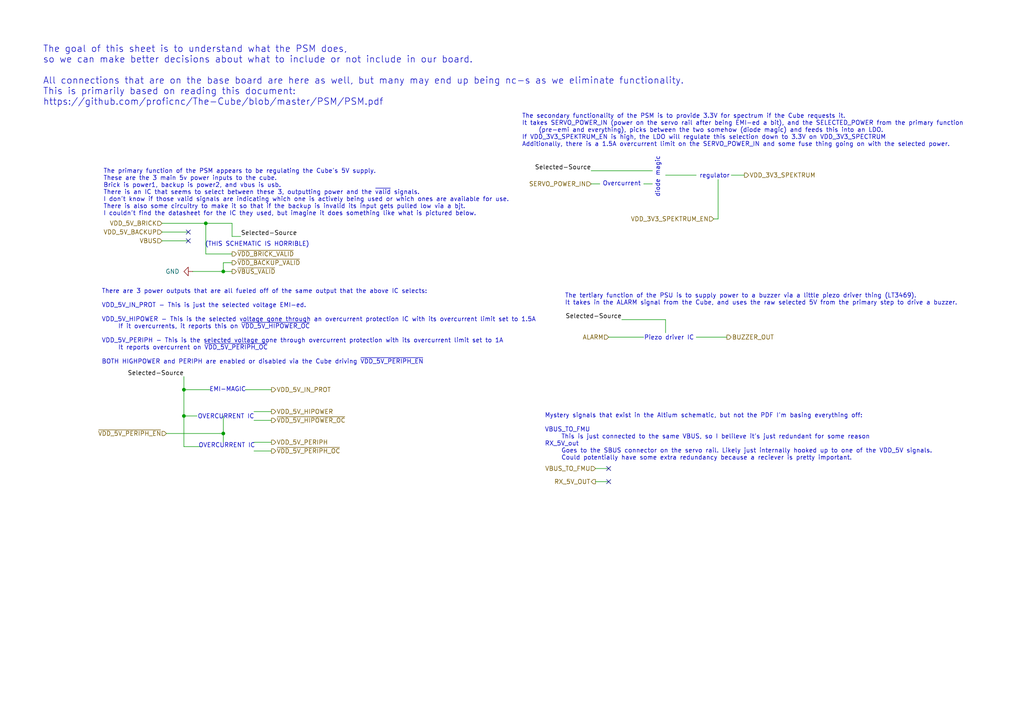
<source format=kicad_sch>
(kicad_sch (version 20250114) (generator "eeschema") (generator_version "9.0")
  (paper "A4")
  (lib_symbols
    (symbol "power:GND" (power) (pin_numbers (hide yes)) (pin_names (offset 0) (hide yes))
      (property "Value" "GND" (at 0 -3.81 0))
      (symbol "GND_0_1"
        (polyline (pts (xy 0 0) (xy 0 -1.27) (xy 1.27 -1.27) (xy 0 -2.54) (xy -1.27 -1.27) (xy 0 -1.27)))
      )
      (symbol "GND_1_1"
        (pin power_in line (at 0 0 270) (length 0) (name "~") (number "1"))
      )
    )
  )
  (text "Mystery signals that exist in the Altium schematic, but not the PDF I'm basing everything off:\n\nVBUS_TO_FMU\n	This is just connected to the same VBUS, so I belileve it's just redundant for some reason\nRX_5V_out\n	Goes to the SBUS connector on the servo rail. Likely just internally hooked up to one of the VDD_5V signals.\n	Could potentially have some extra redundancy because a reciever is pretty important." (at 157.988 126.746 0) (effects (font (size 1.27 1.27)) (justify left)))
  (text "The secondary functionality of the PSM is to provide 3.3V for spectrum if the Cube requests it.\nIt takes SERVO_POWER_IN (power on the servo rail after being EMI-ed a bit), and the SELECTED_POWER from the primary function \n	(pre-emi and everything), picks between the two somehow (diode magic) and feeds this into an LDO.\nIf VDD_3V3_SPEKTRUM_EN is high, the LDO will regulate this selection down to 3.3V on VDD_3V3_SPECTRUM\nAdditionally, there is a 1.5A overcurrent limit on the SERVO_POWER_IN and some fuse thing going on with the selected power." (at 151.384 42.672 0) (effects (font (size 1.27 1.27)) (justify left bottom)))
  (text "The goal of this sheet is to understand what the PSM does,\nso we can make better decisions about what to include or not include in our board.\n\nAll connections that are on the base board are here as well, but many may end up being nc-s as we eliminate functionality.\nThis is primarily based on reading this document:\nhttps://github.com/proficnc/The-Cube/blob/master/PSM/PSM.pdf" (at 12.446 13.208 0) (effects (font (size 1.905 1.905)) (justify left top)))
  (text "The tertiary function of the PSU is to supply power to a buzzer via a little piezo driver thing (LT3469).\nIt takes in the ALARM signal from the Cube, and uses the raw selected 5V from the primary step to drive a buzzer." (at 163.83 88.646 0) (effects (font (size 1.27 1.27)) (justify left bottom)))
  (text "OVERCURRENT IC" (at 65.786 129.286 0) (effects (font (size 1.27 1.27))))
  (text "There are 3 power outputs that are all fueled off of the same output that the above IC selects:\n\nVDD_5V_IN_PROT - This is just the selected voltage EMI-ed.\n\nVDD_5V_HIPOWER - This is the selected voltage gone through an overcurrent protection IC with its overcurrent limit set to 1.5A\n	If it overcurrents, it reports this on ~{VDD_5V_HIPOWER_OC}\n\nVDD_5V_PERIPH - This is the selected voltage gone through overcurrent protection with its overcurrent limit set to 1A\n	It reports overcurrent on ~{VDD_5V_PERIPH_OC}\n\nBOTH HIGHPOWER and PERIPH are enabled or disabled via the Cube driving ~{VDD_5V_PERIPH_EN}\n" (at 29.464 83.82 0) (effects (font (size 1.27 1.27)) (justify left top)))
  (text "OVERCURRENT IC" (at 65.532 120.904 0) (effects (font (size 1.27 1.27))))
  (text "diode magic" (at 190.754 51.308 90) (effects (font (size 1.27 1.27))))
  (text "(THIS SCHEMATIC IS HORRIBLE)" (at 59.436 71.628 0) (effects (font (size 1.27 1.27)) (justify left bottom)))
  (text "Piezo driver IC" (at 194.056 98.044 0) (effects (font (size 1.27 1.27))))
  (text "The primary function of the PSM appears to be regulating the Cube's 5V supply.\nThese are the 3 main 5v power inputs to the cube.\nBrick is power1, backup is power2, and vbus is usb.\nThere is an IC that seems to select between these 3, outputting power and the ~{valid} signals.\nI don't know if those valid signals are indicating which one is actively being used or which ones are available for use.\nThere is also some circuitry to make it so that if the backup is invalid its input gets pulled low via a bjt.\nI couldn't find the datasheet for the IC they used, but imagine it does something like what is pictured below." (at 29.972 62.738 0) (effects (font (size 1.27 1.27)) (justify left bottom)))
  (text "EMI-MAGIC" (at 66.04 113.03 0) (effects (font (size 1.27 1.27))))
  (text "regulator" (at 207.264 51.054 0) (effects (font (size 1.27 1.27))))
  (text "Overcurrent" (at 180.34 53.34 0) (effects (font (size 1.27 1.27))))
  (junction (at 53.34 120.65))
  (junction (at 64.77 125.73))
  (junction (at 59.69 64.77))
  (junction (at 53.34 113.03))
  (junction (at 64.77 78.74))
  (no_connect (at 54.61 69.85))
  (no_connect (at 54.61 67.31))
  (no_connect (at 176.53 135.89))
  (no_connect (at 176.53 139.7))
  (wire (pts (xy 172.72 139.7) (xy 176.53 139.7)))
  (wire (pts (xy 193.04 50.8) (xy 201.93 50.8)))
  (wire (pts (xy 48.26 125.73) (xy 64.77 125.73)))
  (wire (pts (xy 64.77 120.65) (xy 64.77 125.73)))
  (wire (pts (xy 67.31 68.58) (xy 69.85 68.58)))
  (wire (pts (xy 53.34 113.03) (xy 60.96 113.03)))
  (wire (pts (xy 64.77 78.74) (xy 67.31 78.74)))
  (wire (pts (xy 73.66 119.38) (xy 78.74 119.38)))
  (wire (pts (xy 201.93 97.79) (xy 210.82 97.79)))
  (wire (pts (xy 53.34 109.22) (xy 53.34 113.03)))
  (wire (pts (xy 53.34 113.03) (xy 53.34 120.65)))
  (wire (pts (xy 171.45 53.34) (xy 173.99 53.34)))
  (wire (pts (xy 53.34 120.65) (xy 53.34 129.54)))
  (wire (pts (xy 171.45 49.53) (xy 189.23 49.53)))
  (wire (pts (xy 67.31 68.58) (xy 67.31 64.77)))
  (wire (pts (xy 208.28 52.07) (xy 208.28 63.5)))
  (wire (pts (xy 67.31 64.77) (xy 59.69 64.77)))
  (wire (pts (xy 73.66 121.92) (xy 78.74 121.92)))
  (wire (pts (xy 186.69 53.34) (xy 189.23 53.34)))
  (wire (pts (xy 64.77 125.73) (xy 64.77 128.27)))
  (wire (pts (xy 53.34 120.65) (xy 57.15 120.65)))
  (wire (pts (xy 180.34 92.71) (xy 193.04 92.71)))
  (wire (pts (xy 73.66 128.27) (xy 78.74 128.27)))
  (wire (pts (xy 207.01 63.5) (xy 208.28 63.5)))
  (wire (pts (xy 59.69 64.77) (xy 46.99 64.77)))
  (wire (pts (xy 55.88 78.74) (xy 64.77 78.74)))
  (wire (pts (xy 73.66 130.81) (xy 78.74 130.81)))
  (wire (pts (xy 59.69 64.77) (xy 59.69 73.66)))
  (wire (pts (xy 46.99 69.85) (xy 54.61 69.85)))
  (wire (pts (xy 212.09 50.8) (xy 215.9 50.8)))
  (wire (pts (xy 53.34 129.54) (xy 58.42 129.54)))
  (wire (pts (xy 59.69 73.66) (xy 67.31 73.66)))
  (wire (pts (xy 46.99 67.31) (xy 54.61 67.31)))
  (wire (pts (xy 71.12 113.03) (xy 78.74 113.03)))
  (wire (pts (xy 172.72 135.89) (xy 176.53 135.89)))
  (wire (pts (xy 67.31 76.2) (xy 64.77 76.2)))
  (wire (pts (xy 193.04 92.71) (xy 193.04 96.52)))
  (wire (pts (xy 176.53 97.79) (xy 186.69 97.79)))
  (wire (pts (xy 64.77 76.2) (xy 64.77 78.74)))
  (label "Selected-Source" (at 53.34 109.22 180))
  (label "Selected-Source" (at 69.85 68.58 0))
  (label "Selected-Source" (at 171.45 49.53 180))
  (label "Selected-Source" (at 180.34 92.71 180))
  (hierarchical_label "~{VDD_5V_PERIPH_EN}" (shape input) (at 48.26 125.73 180))
  (hierarchical_label "~{VBUS_VALID}" (shape output) (at 67.31 78.74 0))
  (hierarchical_label "~{VDD_BRICK_VALID}" (shape output) (at 67.31 73.66 0))
  (hierarchical_label "BUZZER_OUT" (shape output) (at 210.82 97.79 0))
  (hierarchical_label "VBUS_TO_FMU" (shape input) (at 172.72 135.89 180))
  (hierarchical_label "VDD_5V_HIPOWER" (shape output) (at 78.74 119.38 0))
  (hierarchical_label "~{VDD_5V_PERIPH_OC}" (shape output) (at 78.74 130.81 0))
  (hierarchical_label "VDD_3V3_SPEKTRUM" (shape output) (at 215.9 50.8 0))
  (hierarchical_label "ALARM" (shape input) (at 176.53 97.79 180))
  (hierarchical_label "RX_5V_OUT" (shape output) (at 172.72 139.7 180))
  (hierarchical_label "SERVO_POWER_IN" (shape input) (at 171.45 53.34 180))
  (hierarchical_label "VDD_5V_PERIPH" (shape output) (at 78.74 128.27 0))
  (hierarchical_label "VBUS" (shape input) (at 46.99 69.85 180))
  (hierarchical_label "VDD_5V_IN_PROT" (shape output) (at 78.74 113.03 0))
  (hierarchical_label "VDD_5V_BACKUP" (shape input) (at 46.99 67.31 180))
  (hierarchical_label "~{VDD_5V_HIPOWER_OC}" (shape output) (at 78.74 121.92 0))
  (hierarchical_label "VDD_5V_BRICK" (shape input) (at 46.99 64.77 180))
  (hierarchical_label "VDD_3V3_SPEKTRUM_EN" (shape input) (at 207.01 63.5 180))
  (hierarchical_label "~{VDD_BACKUP_VALID}" (shape output) (at 67.31 76.2 0))
  (symbol (lib_id "power:GND") (at 55.88 78.74 270) (unit 1)
    (property "Reference" "#PWR029" (effects (hide yes)))
    (property "Value" "GND" (at 52.07 78.7399 90) (effects (justify right)))
    (property "Description" "Power symbol creates a global label with name \"GND\" , ground" (effects (hide yes)))
  )
)
</source>
